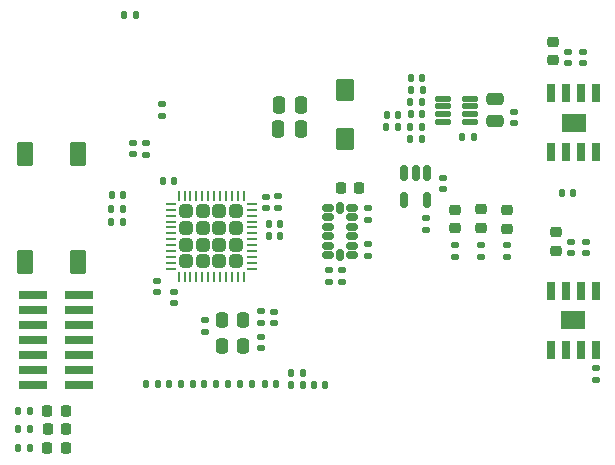
<source format=gbr>
%TF.GenerationSoftware,KiCad,Pcbnew,9.0.4*%
%TF.CreationDate,2025-10-13T17:03:11+02:00*%
%TF.ProjectId,ProjetX,50726f6a-6574-4582-9e6b-696361645f70,rev?*%
%TF.SameCoordinates,Original*%
%TF.FileFunction,Paste,Top*%
%TF.FilePolarity,Positive*%
%FSLAX46Y46*%
G04 Gerber Fmt 4.6, Leading zero omitted, Abs format (unit mm)*
G04 Created by KiCad (PCBNEW 9.0.4) date 2025-10-13 17:03:11*
%MOMM*%
%LPD*%
G01*
G04 APERTURE LIST*
G04 Aperture macros list*
%AMRoundRect*
0 Rectangle with rounded corners*
0 $1 Rounding radius*
0 $2 $3 $4 $5 $6 $7 $8 $9 X,Y pos of 4 corners*
0 Add a 4 corners polygon primitive as box body*
4,1,4,$2,$3,$4,$5,$6,$7,$8,$9,$2,$3,0*
0 Add four circle primitives for the rounded corners*
1,1,$1+$1,$2,$3*
1,1,$1+$1,$4,$5*
1,1,$1+$1,$6,$7*
1,1,$1+$1,$8,$9*
0 Add four rect primitives between the rounded corners*
20,1,$1+$1,$2,$3,$4,$5,0*
20,1,$1+$1,$4,$5,$6,$7,0*
20,1,$1+$1,$6,$7,$8,$9,0*
20,1,$1+$1,$8,$9,$2,$3,0*%
G04 Aperture macros list end*
%ADD10RoundRect,0.135000X-0.135000X-0.185000X0.135000X-0.185000X0.135000X0.185000X-0.135000X0.185000X0*%
%ADD11RoundRect,0.140000X-0.170000X0.140000X-0.170000X-0.140000X0.170000X-0.140000X0.170000X0.140000X0*%
%ADD12RoundRect,0.140000X0.170000X-0.140000X0.170000X0.140000X-0.170000X0.140000X-0.170000X-0.140000X0*%
%ADD13RoundRect,0.135000X0.135000X0.185000X-0.135000X0.185000X-0.135000X-0.185000X0.135000X-0.185000X0*%
%ADD14RoundRect,0.150000X-0.150000X0.512500X-0.150000X-0.512500X0.150000X-0.512500X0.150000X0.512500X0*%
%ADD15RoundRect,0.140000X-0.140000X-0.170000X0.140000X-0.170000X0.140000X0.170000X-0.140000X0.170000X0*%
%ADD16RoundRect,0.140000X0.140000X0.170000X-0.140000X0.170000X-0.140000X-0.170000X0.140000X-0.170000X0*%
%ADD17RoundRect,0.218750X0.256250X-0.218750X0.256250X0.218750X-0.256250X0.218750X-0.256250X-0.218750X0*%
%ADD18R,0.802000X1.505000*%
%ADD19R,2.101200X1.567800*%
%ADD20RoundRect,0.125000X0.537500X0.125000X-0.537500X0.125000X-0.537500X-0.125000X0.537500X-0.125000X0*%
%ADD21RoundRect,0.218750X-0.218750X-0.256250X0.218750X-0.256250X0.218750X0.256250X-0.218750X0.256250X0*%
%ADD22RoundRect,0.135000X0.185000X-0.135000X0.185000X0.135000X-0.185000X0.135000X-0.185000X-0.135000X0*%
%ADD23RoundRect,0.250000X0.250000X0.475000X-0.250000X0.475000X-0.250000X-0.475000X0.250000X-0.475000X0*%
%ADD24RoundRect,0.225000X0.225000X0.250000X-0.225000X0.250000X-0.225000X-0.250000X0.225000X-0.250000X0*%
%ADD25RoundRect,0.250000X0.315000X-0.315000X0.315000X0.315000X-0.315000X0.315000X-0.315000X-0.315000X0*%
%ADD26RoundRect,0.062500X0.062500X-0.375000X0.062500X0.375000X-0.062500X0.375000X-0.062500X-0.375000X0*%
%ADD27RoundRect,0.062500X0.375000X-0.062500X0.375000X0.062500X-0.375000X0.062500X-0.375000X-0.062500X0*%
%ADD28RoundRect,0.135000X-0.185000X0.135000X-0.185000X-0.135000X0.185000X-0.135000X0.185000X0.135000X0*%
%ADD29RoundRect,0.225000X0.250000X-0.225000X0.250000X0.225000X-0.250000X0.225000X-0.250000X-0.225000X0*%
%ADD30RoundRect,0.250000X-0.550000X0.700000X-0.550000X-0.700000X0.550000X-0.700000X0.550000X0.700000X0*%
%ADD31R,2.400000X0.740000*%
%ADD32RoundRect,0.150000X0.325000X0.150000X-0.325000X0.150000X-0.325000X-0.150000X0.325000X-0.150000X0*%
%ADD33RoundRect,0.150000X0.150000X0.325000X-0.150000X0.325000X-0.150000X-0.325000X0.150000X-0.325000X0*%
%ADD34RoundRect,0.250000X0.250000X-0.400000X0.250000X0.400000X-0.250000X0.400000X-0.250000X-0.400000X0*%
%ADD35RoundRect,0.250000X0.450000X-0.800000X0.450000X0.800000X-0.450000X0.800000X-0.450000X-0.800000X0*%
%ADD36RoundRect,0.250000X0.475000X-0.250000X0.475000X0.250000X-0.475000X0.250000X-0.475000X-0.250000X0*%
G04 APERTURE END LIST*
D10*
%TO.C,R11*%
X173873749Y-93975000D03*
X174893749Y-93975000D03*
%TD*%
%TO.C,R21*%
X149040000Y-114940000D03*
X150060000Y-114940000D03*
%TD*%
D11*
%TO.C,C9*%
X157250000Y-99040000D03*
X157250000Y-100000000D03*
%TD*%
D12*
%TO.C,C32*%
X146000000Y-95470000D03*
X146000000Y-94510000D03*
%TD*%
D13*
%TO.C,R12*%
X170520000Y-89990000D03*
X169500000Y-89990000D03*
%TD*%
D14*
%TO.C,PS1*%
X170860000Y-97052500D03*
X169910000Y-97052500D03*
X168960000Y-97052500D03*
X168960000Y-99327500D03*
X170860000Y-99327500D03*
%TD*%
D15*
%TO.C,C31*%
X157150000Y-114940000D03*
X158110000Y-114940000D03*
%TD*%
D16*
%TO.C,C11*%
X158420000Y-101342500D03*
X157460000Y-101342500D03*
%TD*%
D15*
%TO.C,C27*%
X169520000Y-88960000D03*
X170480000Y-88960000D03*
%TD*%
D16*
%TO.C,C13*%
X183240000Y-98740000D03*
X182280000Y-98740000D03*
%TD*%
D17*
%TO.C,D3_PWR_3V1*%
X173270000Y-101710000D03*
X173270000Y-100135000D03*
%TD*%
D18*
%TO.C,U3*%
X185147500Y-107002500D03*
X183877500Y-107002500D03*
X182607500Y-107002500D03*
X181337500Y-107002500D03*
X181337500Y-111997500D03*
X182607500Y-111997500D03*
X183877500Y-111997500D03*
X185147500Y-111997500D03*
D19*
X183242500Y-109500000D03*
%TD*%
D12*
%TO.C,C6*%
X148050000Y-107150000D03*
X148050000Y-106190000D03*
%TD*%
D20*
%TO.C,IC1*%
X174501249Y-92700000D03*
X174501249Y-92050000D03*
X174501249Y-91400000D03*
X174501249Y-90750000D03*
X172226249Y-90750000D03*
X172226249Y-91400000D03*
X172226249Y-92050000D03*
X172226249Y-92700000D03*
%TD*%
D21*
%TO.C,D3*%
X138737500Y-120350000D03*
X140312500Y-120350000D03*
%TD*%
D12*
%TO.C,C21*%
X165850000Y-100980000D03*
X165850000Y-100020000D03*
%TD*%
D10*
%TO.C,R20*%
X147045000Y-114940000D03*
X148065000Y-114940000D03*
%TD*%
D22*
%TO.C,R1*%
X156800000Y-109760000D03*
X156800000Y-108740000D03*
%TD*%
D10*
%TO.C,R17*%
X155050000Y-114940000D03*
X156070000Y-114940000D03*
%TD*%
D13*
%TO.C,R26*%
X146240000Y-83650000D03*
X145220000Y-83650000D03*
%TD*%
%TO.C,R9*%
X137257500Y-120350000D03*
X136237500Y-120350000D03*
%TD*%
D12*
%TO.C,C19*%
X183060000Y-103850000D03*
X183060000Y-102890000D03*
%TD*%
D18*
%TO.C,U2*%
X185205000Y-90302500D03*
X183935000Y-90302500D03*
X182665000Y-90302500D03*
X181395000Y-90302500D03*
X181395000Y-95297500D03*
X182665000Y-95297500D03*
X183935000Y-95297500D03*
X185205000Y-95297500D03*
D19*
X183300000Y-92800000D03*
%TD*%
D11*
%TO.C,C20*%
X165900000Y-103070000D03*
X165900000Y-104030000D03*
%TD*%
D23*
%TO.C,C36*%
X160200000Y-93320000D03*
X158300000Y-93320000D03*
%TD*%
D10*
%TO.C,R23*%
X159360000Y-114970000D03*
X160380000Y-114970000D03*
%TD*%
D16*
%TO.C,C30*%
X168421249Y-92110000D03*
X167461249Y-92110000D03*
%TD*%
D11*
%TO.C,C16*%
X184310000Y-102895000D03*
X184310000Y-103855000D03*
%TD*%
D24*
%TO.C,C3*%
X165125000Y-98280000D03*
X163575000Y-98280000D03*
%TD*%
D25*
%TO.C,U1*%
X150500000Y-104500000D03*
X151900000Y-104500000D03*
X153300000Y-104500000D03*
X154700000Y-104500000D03*
X150500000Y-103100000D03*
X151900000Y-103100000D03*
X153300000Y-103100000D03*
X154700000Y-103100000D03*
X150500000Y-101700000D03*
X151900000Y-101700000D03*
X153300000Y-101700000D03*
X154700000Y-101700000D03*
X150500000Y-100300000D03*
X151900000Y-100300000D03*
X153300000Y-100300000D03*
X154700000Y-100300000D03*
D26*
X149850000Y-105837500D03*
X150350000Y-105837500D03*
X150850000Y-105837500D03*
X151350000Y-105837500D03*
X151850000Y-105837500D03*
X152350000Y-105837500D03*
X152850000Y-105837500D03*
X153350000Y-105837500D03*
X153850000Y-105837500D03*
X154350000Y-105837500D03*
X154850000Y-105837500D03*
X155350000Y-105837500D03*
D27*
X156037500Y-105150000D03*
X156037500Y-104650000D03*
X156037500Y-104150000D03*
X156037500Y-103650000D03*
X156037500Y-103150000D03*
X156037500Y-102650000D03*
X156037500Y-102150000D03*
X156037500Y-101650000D03*
X156037500Y-101150000D03*
X156037500Y-100650000D03*
X156037500Y-100150000D03*
X156037500Y-99650000D03*
D26*
X155350000Y-98962500D03*
X154850000Y-98962500D03*
X154350000Y-98962500D03*
X153850000Y-98962500D03*
X153350000Y-98962500D03*
X152850000Y-98962500D03*
X152350000Y-98962500D03*
X151850000Y-98962500D03*
X151350000Y-98962500D03*
X150850000Y-98962500D03*
X150350000Y-98962500D03*
X149850000Y-98962500D03*
D27*
X149162500Y-99650000D03*
X149162500Y-100150000D03*
X149162500Y-100650000D03*
X149162500Y-101150000D03*
X149162500Y-101650000D03*
X149162500Y-102150000D03*
X149162500Y-102650000D03*
X149162500Y-103150000D03*
X149162500Y-103650000D03*
X149162500Y-104150000D03*
X149162500Y-104650000D03*
X149162500Y-105150000D03*
%TD*%
D12*
%TO.C,C25*%
X178250000Y-92820000D03*
X178250000Y-91860000D03*
%TD*%
D28*
%TO.C,R3*%
X175470000Y-103110000D03*
X175470000Y-104130000D03*
%TD*%
D10*
%TO.C,R25*%
X144130000Y-101180000D03*
X145150000Y-101180000D03*
%TD*%
%TO.C,R16*%
X153040000Y-114940000D03*
X154060000Y-114940000D03*
%TD*%
D29*
%TO.C,C18*%
X181810000Y-103625000D03*
X181810000Y-102075000D03*
%TD*%
%TO.C,C14*%
X181560000Y-87510000D03*
X181560000Y-85960000D03*
%TD*%
D13*
%TO.C,R13*%
X168441249Y-93170000D03*
X167421249Y-93170000D03*
%TD*%
D15*
%TO.C,C34*%
X161270000Y-114970000D03*
X162230000Y-114970000D03*
%TD*%
D10*
%TO.C,R10*%
X169473749Y-91045000D03*
X170493749Y-91045000D03*
%TD*%
D12*
%TO.C,C17*%
X185200000Y-114550000D03*
X185200000Y-113590000D03*
%TD*%
D13*
%TO.C,R14*%
X170473749Y-94195000D03*
X169453749Y-94195000D03*
%TD*%
D21*
%TO.C,D2*%
X138762500Y-118750000D03*
X140337500Y-118750000D03*
%TD*%
%TO.C,D1*%
X138737500Y-117150000D03*
X140312500Y-117150000D03*
%TD*%
D16*
%TO.C,C35*%
X145130000Y-98940000D03*
X144170000Y-98940000D03*
%TD*%
D11*
%TO.C,C12*%
X184060000Y-86780000D03*
X184060000Y-87740000D03*
%TD*%
D12*
%TO.C,C22*%
X157900000Y-109750000D03*
X157900000Y-108790000D03*
%TD*%
D15*
%TO.C,C5*%
X148490000Y-97690000D03*
X149450000Y-97690000D03*
%TD*%
D11*
%TO.C,C8*%
X158270000Y-99030000D03*
X158270000Y-99990000D03*
%TD*%
D28*
%TO.C,R5*%
X163650000Y-105250000D03*
X163650000Y-106270000D03*
%TD*%
D30*
%TO.C,L2*%
X163960000Y-90030000D03*
X163960000Y-94130000D03*
%TD*%
D11*
%TO.C,C23*%
X170810000Y-100872500D03*
X170810000Y-101832500D03*
%TD*%
D17*
%TO.C,D1_PWR_BATT1*%
X177620000Y-101747500D03*
X177620000Y-100172500D03*
%TD*%
D13*
%TO.C,R8*%
X137260000Y-118750000D03*
X136240000Y-118750000D03*
%TD*%
D31*
%TO.C,J1*%
X137550000Y-107340000D03*
X141450000Y-107340000D03*
X137550000Y-108610000D03*
X141450000Y-108610000D03*
X137550000Y-109880000D03*
X141450000Y-109880000D03*
X137550000Y-111150000D03*
X141450000Y-111150000D03*
X137550000Y-112420000D03*
X141450000Y-112420000D03*
X137550000Y-113690000D03*
X141450000Y-113690000D03*
X137550000Y-114960000D03*
X141450000Y-114960000D03*
%TD*%
D28*
%TO.C,R6*%
X162550000Y-105250000D03*
X162550000Y-106270000D03*
%TD*%
%TO.C,R4*%
X173270000Y-103112500D03*
X173270000Y-104132500D03*
%TD*%
D32*
%TO.C,U4*%
X164500000Y-104000000D03*
X164500000Y-103200000D03*
X164500000Y-102400000D03*
X164500000Y-101600000D03*
X164500000Y-100800000D03*
X164500000Y-100000000D03*
D33*
X163500000Y-100000000D03*
D32*
X162500000Y-100000000D03*
X162500000Y-100800000D03*
X162500000Y-101600000D03*
X162500000Y-102400000D03*
X162500000Y-103200000D03*
X162500000Y-104000000D03*
D33*
X163500000Y-104000000D03*
%TD*%
D15*
%TO.C,C33*%
X151050000Y-114940000D03*
X152010000Y-114940000D03*
%TD*%
D13*
%TO.C,R7*%
X137257500Y-117150000D03*
X136237500Y-117150000D03*
%TD*%
D28*
%TO.C,R2*%
X177620000Y-103160000D03*
X177620000Y-104180000D03*
%TD*%
D11*
%TO.C,C4*%
X172210000Y-97430000D03*
X172210000Y-98390000D03*
%TD*%
D16*
%TO.C,C26*%
X170463749Y-92085000D03*
X169503749Y-92085000D03*
%TD*%
D13*
%TO.C,R22*%
X160390000Y-113970000D03*
X159370000Y-113970000D03*
%TD*%
%TO.C,R24*%
X145160000Y-100090000D03*
X144140000Y-100090000D03*
%TD*%
D23*
%TO.C,C37*%
X160210000Y-91270000D03*
X158310000Y-91270000D03*
%TD*%
D12*
%TO.C,C15*%
X182810000Y-87740000D03*
X182810000Y-86780000D03*
%TD*%
D11*
%TO.C,C1*%
X156800000Y-110920000D03*
X156800000Y-111880000D03*
%TD*%
D16*
%TO.C,C10*%
X158430000Y-102407500D03*
X157470000Y-102407500D03*
%TD*%
D34*
%TO.C,Y1*%
X155300000Y-111700000D03*
X155300000Y-109500000D03*
X153500000Y-109500000D03*
X153500000Y-111700000D03*
%TD*%
D35*
%TO.C,SW2*%
X136840000Y-104550000D03*
X136840000Y-95450000D03*
X141340000Y-104550000D03*
X141340000Y-95450000D03*
%TD*%
D12*
%TO.C,C7*%
X149500000Y-108060000D03*
X149500000Y-107100000D03*
%TD*%
D28*
%TO.C,R19*%
X147110000Y-94500000D03*
X147110000Y-95520000D03*
%TD*%
D36*
%TO.C,C24*%
X176643749Y-92635000D03*
X176643749Y-90735000D03*
%TD*%
D17*
%TO.C,D2_PWR_5V1*%
X175470000Y-101697500D03*
X175470000Y-100122500D03*
%TD*%
D11*
%TO.C,C2*%
X152050000Y-109520000D03*
X152050000Y-110480000D03*
%TD*%
D10*
%TO.C,R15*%
X169463749Y-93145000D03*
X170483749Y-93145000D03*
%TD*%
D22*
%TO.C,R18*%
X148410000Y-92240000D03*
X148410000Y-91220000D03*
%TD*%
M02*

</source>
